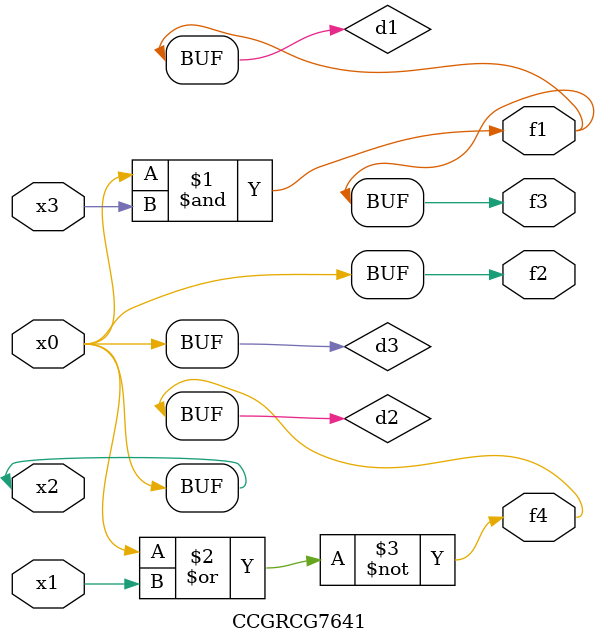
<source format=v>
module CCGRCG7641(
	input x0, x1, x2, x3,
	output f1, f2, f3, f4
);

	wire d1, d2, d3;

	and (d1, x2, x3);
	nor (d2, x0, x1);
	buf (d3, x0, x2);
	assign f1 = d1;
	assign f2 = d3;
	assign f3 = d1;
	assign f4 = d2;
endmodule

</source>
